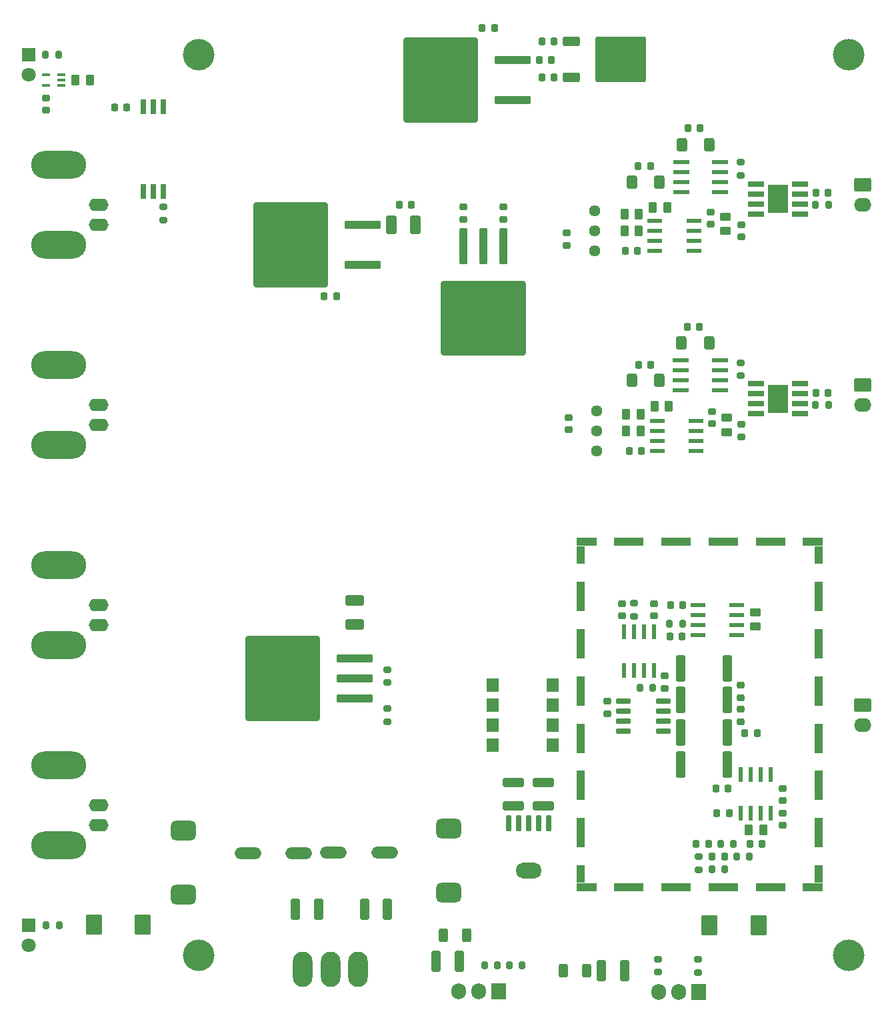
<source format=gbr>
%TF.GenerationSoftware,KiCad,Pcbnew,7.0.1*%
%TF.CreationDate,2023-05-04T18:56:47-04:00*%
%TF.ProjectId,Combined (new),436f6d62-696e-4656-9420-286e6577292e,rev?*%
%TF.SameCoordinates,Original*%
%TF.FileFunction,Soldermask,Top*%
%TF.FilePolarity,Negative*%
%FSLAX46Y46*%
G04 Gerber Fmt 4.6, Leading zero omitted, Abs format (unit mm)*
G04 Created by KiCad (PCBNEW 7.0.1) date 2023-05-04 18:56:47*
%MOMM*%
%LPD*%
G01*
G04 APERTURE LIST*
G04 Aperture macros list*
%AMRoundRect*
0 Rectangle with rounded corners*
0 $1 Rounding radius*
0 $2 $3 $4 $5 $6 $7 $8 $9 X,Y pos of 4 corners*
0 Add a 4 corners polygon primitive as box body*
4,1,4,$2,$3,$4,$5,$6,$7,$8,$9,$2,$3,0*
0 Add four circle primitives for the rounded corners*
1,1,$1+$1,$2,$3*
1,1,$1+$1,$4,$5*
1,1,$1+$1,$6,$7*
1,1,$1+$1,$8,$9*
0 Add four rect primitives between the rounded corners*
20,1,$1+$1,$2,$3,$4,$5,0*
20,1,$1+$1,$4,$5,$6,$7,0*
20,1,$1+$1,$6,$7,$8,$9,0*
20,1,$1+$1,$8,$9,$2,$3,0*%
G04 Aperture macros list end*
%ADD10RoundRect,0.250000X0.262500X0.450000X-0.262500X0.450000X-0.262500X-0.450000X0.262500X-0.450000X0*%
%ADD11C,4.000000*%
%ADD12RoundRect,0.250000X1.100000X-0.325000X1.100000X0.325000X-1.100000X0.325000X-1.100000X-0.325000X0*%
%ADD13RoundRect,0.200000X-0.200000X-0.275000X0.200000X-0.275000X0.200000X0.275000X-0.200000X0.275000X0*%
%ADD14RoundRect,0.200000X0.275000X-0.200000X0.275000X0.200000X-0.275000X0.200000X-0.275000X-0.200000X0*%
%ADD15RoundRect,0.250000X-0.362500X-1.425000X0.362500X-1.425000X0.362500X1.425000X-0.362500X1.425000X0*%
%ADD16RoundRect,0.225000X0.250000X-0.225000X0.250000X0.225000X-0.250000X0.225000X-0.250000X-0.225000X0*%
%ADD17R,2.032000X0.660400*%
%ADD18C,0.355600*%
%ADD19R,2.540000X3.556000*%
%ADD20RoundRect,0.200000X-0.275000X0.200000X-0.275000X-0.200000X0.275000X-0.200000X0.275000X0.200000X0*%
%ADD21RoundRect,0.218750X-0.218750X-0.256250X0.218750X-0.256250X0.218750X0.256250X-0.218750X0.256250X0*%
%ADD22R,1.000000X1.000000*%
%ADD23R,1.550000X1.000000*%
%ADD24R,3.800000X1.000000*%
%ADD25R,1.000000X2.300000*%
%ADD26R,1.000000X3.800000*%
%ADD27R,1.520000X1.780000*%
%ADD28R,1.520000X1.750000*%
%ADD29RoundRect,0.250000X-0.450000X0.262500X-0.450000X-0.262500X0.450000X-0.262500X0.450000X0.262500X0*%
%ADD30RoundRect,0.625000X-0.975000X0.625000X-0.975000X-0.625000X0.975000X-0.625000X0.975000X0.625000X0*%
%ADD31RoundRect,0.250000X-0.312500X-0.625000X0.312500X-0.625000X0.312500X0.625000X-0.312500X0.625000X0*%
%ADD32RoundRect,0.250000X-0.850000X-0.350000X0.850000X-0.350000X0.850000X0.350000X-0.850000X0.350000X0*%
%ADD33RoundRect,0.249997X-2.950003X-2.650003X2.950003X-2.650003X2.950003X2.650003X-2.950003X2.650003X0*%
%ADD34RoundRect,0.225000X-0.250000X0.225000X-0.250000X-0.225000X0.250000X-0.225000X0.250000X0.225000X0*%
%ADD35R,0.558800X1.981200*%
%ADD36O,3.400000X1.500000*%
%ADD37RoundRect,0.250000X-0.262500X-0.450000X0.262500X-0.450000X0.262500X0.450000X-0.262500X0.450000X0*%
%ADD38R,1.905000X2.000000*%
%ADD39O,1.905000X2.000000*%
%ADD40RoundRect,0.225000X0.225000X0.250000X-0.225000X0.250000X-0.225000X-0.250000X0.225000X-0.250000X0*%
%ADD41RoundRect,0.250000X-0.845000X0.620000X-0.845000X-0.620000X0.845000X-0.620000X0.845000X0.620000X0*%
%ADD42O,2.190000X1.740000*%
%ADD43RoundRect,0.225000X-0.225000X-0.250000X0.225000X-0.250000X0.225000X0.250000X-0.225000X0.250000X0*%
%ADD44RoundRect,0.250000X-0.325000X-1.100000X0.325000X-1.100000X0.325000X1.100000X-0.325000X1.100000X0*%
%ADD45O,2.500000X4.500000*%
%ADD46RoundRect,0.250000X0.450000X-0.262500X0.450000X0.262500X-0.450000X0.262500X-0.450000X-0.262500X0*%
%ADD47RoundRect,0.250000X-0.400000X-0.600000X0.400000X-0.600000X0.400000X0.600000X-0.400000X0.600000X0*%
%ADD48R,1.800000X1.800000*%
%ADD49C,1.800000*%
%ADD50RoundRect,0.250000X-0.925000X0.412500X-0.925000X-0.412500X0.925000X-0.412500X0.925000X0.412500X0*%
%ADD51R,1.981200X0.558800*%
%ADD52R,1.020000X0.400000*%
%ADD53RoundRect,0.200000X0.200000X0.275000X-0.200000X0.275000X-0.200000X-0.275000X0.200000X-0.275000X0*%
%ADD54RoundRect,0.041300X0.943700X0.253700X-0.943700X0.253700X-0.943700X-0.253700X0.943700X-0.253700X0*%
%ADD55RoundRect,0.250000X2.050000X0.300000X-2.050000X0.300000X-2.050000X-0.300000X2.050000X-0.300000X0*%
%ADD56RoundRect,0.250002X4.449998X5.149998X-4.449998X5.149998X-4.449998X-5.149998X4.449998X-5.149998X0*%
%ADD57R,1.981200X0.533400*%
%ADD58C,1.440000*%
%ADD59O,2.500000X1.600000*%
%ADD60O,7.000000X3.500000*%
%ADD61RoundRect,0.048800X0.871200X0.256200X-0.871200X0.256200X-0.871200X-0.256200X0.871200X-0.256200X0*%
%ADD62RoundRect,0.250000X0.400000X0.600000X-0.400000X0.600000X-0.400000X-0.600000X0.400000X-0.600000X0*%
%ADD63R,0.640000X1.900000*%
%ADD64RoundRect,0.250000X0.787500X1.025000X-0.787500X1.025000X-0.787500X-1.025000X0.787500X-1.025000X0*%
%ADD65RoundRect,0.250000X-0.300000X2.050000X-0.300000X-2.050000X0.300000X-2.050000X0.300000X2.050000X0*%
%ADD66RoundRect,0.250002X-5.149998X4.449998X-5.149998X-4.449998X5.149998X-4.449998X5.149998X4.449998X0*%
%ADD67RoundRect,0.049600X-0.260400X0.935400X-0.260400X-0.935400X0.260400X-0.935400X0.260400X0.935400X0*%
%ADD68RoundRect,0.788000X-0.792000X0.197000X-0.792000X-0.197000X0.792000X-0.197000X0.792000X0.197000X0*%
%ADD69RoundRect,0.250000X0.412500X0.925000X-0.412500X0.925000X-0.412500X-0.925000X0.412500X-0.925000X0*%
%ADD70RoundRect,0.250000X0.325000X1.100000X-0.325000X1.100000X-0.325000X-1.100000X0.325000X-1.100000X0*%
G04 APERTURE END LIST*
D10*
%TO.C,R13*%
X144835477Y-54101451D03*
X143010477Y-54101451D03*
%TD*%
D11*
%TO.C,H1*%
X88900000Y-146050000D03*
%TD*%
D12*
%TO.C,C51*%
X128908093Y-127029306D03*
X128908093Y-124079306D03*
%TD*%
D13*
%TO.C,R38*%
X125244988Y-147272713D03*
X126894988Y-147272713D03*
%TD*%
D14*
%TO.C,R36*%
X112903000Y-116369000D03*
X112903000Y-114719000D03*
%TD*%
D13*
%TO.C,R32*%
X69560618Y-142239960D03*
X71210618Y-142239960D03*
%TD*%
D15*
%TO.C,R9*%
X150164262Y-113603705D03*
X156089262Y-113603705D03*
%TD*%
D10*
%TO.C,R17*%
X148440477Y-51077426D03*
X146615477Y-51077426D03*
%TD*%
D16*
%TO.C,C10*%
X135894050Y-79336617D03*
X135894050Y-77786617D03*
%TD*%
D17*
%TO.C,U8*%
X159731824Y-48110039D03*
X159731824Y-49380039D03*
X159731824Y-50650039D03*
X159731824Y-51920039D03*
X165319824Y-51920039D03*
X165319824Y-50650039D03*
X165319824Y-49380039D03*
X165319824Y-48110039D03*
D18*
X161636824Y-48491039D03*
X161636824Y-50015039D03*
X161636824Y-51539039D03*
X162081324Y-49253039D03*
X162081324Y-50777039D03*
X162525824Y-48491039D03*
X162525824Y-50015039D03*
D19*
X162525824Y-50015039D03*
D18*
X162525824Y-51539039D03*
X162970324Y-49253039D03*
X162970324Y-50777039D03*
X163414824Y-48491039D03*
X163414824Y-50015039D03*
X163414824Y-51539039D03*
%TD*%
D20*
%TO.C,R35*%
X147319856Y-146506237D03*
X147319856Y-148156237D03*
%TD*%
D21*
%TO.C,L4*%
X152116569Y-131854347D03*
X153691569Y-131854347D03*
%TD*%
D22*
%TO.C,TP1*%
X137419433Y-137356288D03*
D23*
X138694433Y-137356288D03*
D24*
X143569433Y-137356288D03*
X149569433Y-137356288D03*
X155569433Y-137356288D03*
X161569433Y-137356288D03*
D23*
X166444433Y-137356288D03*
D22*
X167719433Y-137356288D03*
D25*
X137419433Y-135706288D03*
X167719433Y-135706288D03*
D26*
X137419433Y-130456288D03*
X167719433Y-130456288D03*
X137419433Y-124456288D03*
X167719433Y-124456288D03*
X137419433Y-118456288D03*
X167719433Y-118456288D03*
X137419433Y-112456288D03*
X167719433Y-112456288D03*
X137419433Y-106456288D03*
X167719433Y-106456288D03*
X137419433Y-100456288D03*
X167719433Y-100456288D03*
D25*
X137419433Y-95206288D03*
X167719433Y-95206288D03*
D22*
X137419433Y-93556288D03*
D23*
X138694433Y-93556288D03*
D24*
X143569433Y-93556288D03*
X149569433Y-93556288D03*
X155569433Y-93556288D03*
X161569433Y-93556288D03*
D23*
X166444433Y-93556288D03*
D22*
X167719433Y-93556288D03*
%TD*%
D27*
%TO.C,J5*%
X133919599Y-119373256D03*
D28*
X133919599Y-116833256D03*
D27*
X133919599Y-114293256D03*
X133919599Y-111753256D03*
X126299599Y-111753256D03*
X126299599Y-114293256D03*
X126299599Y-116833256D03*
X126299599Y-119373256D03*
%TD*%
D16*
%TO.C,C30*%
X157795599Y-113303256D03*
X157795599Y-111753256D03*
%TD*%
D29*
%TO.C,R19*%
X155820967Y-52274821D03*
X155820967Y-54099821D03*
%TD*%
D30*
%TO.C,L2*%
X120650000Y-129935000D03*
X120650000Y-138035000D03*
%TD*%
D20*
%TO.C,R34*%
X152374307Y-146527951D03*
X152374307Y-148177951D03*
%TD*%
%TO.C,R1*%
X144261759Y-101349121D03*
X144261759Y-102999121D03*
%TD*%
D31*
%TO.C,R41*%
X135255000Y-147955000D03*
X138180000Y-147955000D03*
%TD*%
D32*
%TO.C,U14*%
X136242922Y-30003935D03*
D33*
X142542922Y-32283935D03*
D32*
X136242922Y-34563935D03*
%TD*%
D10*
%TO.C,R14*%
X144832776Y-51925154D03*
X143007776Y-51925154D03*
%TD*%
D34*
%TO.C,C2*%
X146801211Y-101394072D03*
X146801211Y-102944072D03*
%TD*%
D35*
%TO.C,U1*%
X142991759Y-109886721D03*
X144261759Y-109886721D03*
X145531759Y-109886721D03*
X146801759Y-109886721D03*
X146801759Y-104959121D03*
X145531759Y-104959121D03*
X144261759Y-104959121D03*
X142991759Y-104959121D03*
%TD*%
D16*
%TO.C,C1*%
X142669092Y-102943524D03*
X142669092Y-101393524D03*
%TD*%
D36*
%TO.C,C31*%
X95175000Y-133096000D03*
X101675000Y-133096000D03*
%TD*%
D37*
%TO.C,R24*%
X73296869Y-34928979D03*
X75121869Y-34928979D03*
%TD*%
D16*
%TO.C,C27*%
X163144222Y-129532056D03*
X163144222Y-127982056D03*
%TD*%
D38*
%TO.C,U12*%
X152400000Y-150640058D03*
D39*
X149860000Y-150640058D03*
X147320000Y-150640058D03*
%TD*%
D40*
%TO.C,C28*%
X159853599Y-117849256D03*
X158303599Y-117849256D03*
%TD*%
D14*
%TO.C,R4*%
X152446600Y-135141226D03*
X152446600Y-133491226D03*
%TD*%
D40*
%TO.C,C42*%
X126505000Y-28322000D03*
X124955000Y-28322000D03*
%TD*%
D41*
%TO.C,J7*%
X173228000Y-48260000D03*
D42*
X173228000Y-50800000D03*
%TD*%
D11*
%TO.C,H4*%
X88900000Y-31750000D03*
%TD*%
D43*
%TO.C,C25*%
X154760449Y-127979468D03*
X156310449Y-127979468D03*
%TD*%
D15*
%TO.C,R8*%
X150152330Y-109603374D03*
X156077330Y-109603374D03*
%TD*%
D40*
%TO.C,C48*%
X115964000Y-50800000D03*
X114414000Y-50800000D03*
%TD*%
D43*
%TO.C,C3*%
X154645050Y-124884019D03*
X156195050Y-124884019D03*
%TD*%
D13*
%TO.C,R10*%
X148740732Y-103957748D03*
X150390732Y-103957748D03*
%TD*%
D43*
%TO.C,C23*%
X144754000Y-45847000D03*
X146304000Y-45847000D03*
%TD*%
D14*
%TO.C,R26*%
X157734000Y-72453000D03*
X157734000Y-70803000D03*
%TD*%
D44*
%TO.C,C40*%
X140056000Y-147955000D03*
X143006000Y-147955000D03*
%TD*%
D40*
%TO.C,C43*%
X134079922Y-34569935D03*
X132529922Y-34569935D03*
%TD*%
D34*
%TO.C,C4*%
X163129762Y-124824783D03*
X163129762Y-126374783D03*
%TD*%
D45*
%TO.C,P1*%
X102164000Y-147828000D03*
X105664000Y-147828000D03*
X109164000Y-147828000D03*
%TD*%
D46*
%TO.C,R6*%
X159648881Y-104283923D03*
X159648881Y-102458923D03*
%TD*%
D29*
%TO.C,R20*%
X155977129Y-77784556D03*
X155977129Y-79609556D03*
%TD*%
D47*
%TO.C,D4*%
X143979447Y-73068233D03*
X147479447Y-73068233D03*
%TD*%
D44*
%TO.C,C34*%
X109982000Y-140208000D03*
X112932000Y-140208000D03*
%TD*%
D48*
%TO.C,D6*%
X67310000Y-31750000D03*
D49*
X67310000Y-34290000D03*
%TD*%
D10*
%TO.C,R15*%
X145065311Y-79467582D03*
X143240311Y-79467582D03*
%TD*%
D34*
%TO.C,C11*%
X153967952Y-51709949D03*
X153967952Y-53259949D03*
%TD*%
D43*
%TO.C,C16*%
X151094835Y-41061292D03*
X152644835Y-41061292D03*
%TD*%
D50*
%TO.C,C52*%
X108712000Y-100976000D03*
X108712000Y-104051000D03*
%TD*%
D51*
%TO.C,U3*%
X157287599Y-105403256D03*
X157287599Y-104133256D03*
X157287599Y-102863256D03*
X157287599Y-101593256D03*
X152359999Y-101593256D03*
X152359999Y-102863256D03*
X152359999Y-104133256D03*
X152359999Y-105403256D03*
%TD*%
D14*
%TO.C,R37*%
X112903000Y-111416000D03*
X112903000Y-109766000D03*
%TD*%
D52*
%TO.C,U10*%
X71512302Y-35591149D03*
X71512302Y-34941149D03*
X71512302Y-34291149D03*
X69562302Y-34291149D03*
X69562302Y-35591149D03*
%TD*%
D53*
%TO.C,R39*%
X71120000Y-31750000D03*
X69470000Y-31750000D03*
%TD*%
D16*
%TO.C,C45*%
X127634000Y-52595000D03*
X127634000Y-51045000D03*
%TD*%
D54*
%TO.C,S2*%
X155182000Y-49149000D03*
X155182000Y-47879000D03*
X155182000Y-46609000D03*
X155182000Y-45339000D03*
X150232000Y-45339000D03*
X150232000Y-46609000D03*
X150232000Y-47879000D03*
X150232000Y-49149000D03*
%TD*%
D55*
%TO.C,U13*%
X128787000Y-37447000D03*
D56*
X119637000Y-34907000D03*
D55*
X128787000Y-32367000D03*
%TD*%
D57*
%TO.C,U6*%
X147176131Y-78205476D03*
X147176131Y-79475476D03*
X147176131Y-80745476D03*
X147176131Y-82015476D03*
X152103731Y-82015476D03*
X152103731Y-80745476D03*
X152103731Y-79475476D03*
X152103731Y-78205476D03*
%TD*%
D43*
%TO.C,C6*%
X148794402Y-105551513D03*
X150344402Y-105551513D03*
%TD*%
%TO.C,C14*%
X143602184Y-82011665D03*
X145152184Y-82011665D03*
%TD*%
D40*
%TO.C,C37*%
X79813108Y-38386246D03*
X78263108Y-38386246D03*
%TD*%
D16*
%TO.C,C26*%
X69569042Y-38771362D03*
X69569042Y-37221362D03*
%TD*%
%TO.C,C9*%
X135636000Y-55893000D03*
X135636000Y-54343000D03*
%TD*%
D13*
%TO.C,R28*%
X157245902Y-133493984D03*
X158895902Y-133493984D03*
%TD*%
D58*
%TO.C,RV1*%
X139197249Y-51558848D03*
X139197249Y-54098848D03*
X139197249Y-56638848D03*
%TD*%
D41*
%TO.C,J8*%
X173228000Y-73660000D03*
D42*
X173228000Y-76200000D03*
%TD*%
D11*
%TO.C,H3*%
X171450000Y-31750000D03*
%TD*%
D14*
%TO.C,R25*%
X157747048Y-47035511D03*
X157747048Y-45385511D03*
%TD*%
D54*
%TO.C,S1*%
X155122372Y-74335190D03*
X155122372Y-73065190D03*
X155122372Y-71795190D03*
X155122372Y-70525190D03*
X150172372Y-70525190D03*
X150172372Y-71795190D03*
X150172372Y-73065190D03*
X150172372Y-74335190D03*
%TD*%
D59*
%TO.C,J1*%
X76200000Y-101600000D03*
X76200000Y-104140000D03*
D60*
X71120000Y-106680000D03*
X71120000Y-96520000D03*
%TD*%
D36*
%TO.C,C32*%
X106045000Y-132999016D03*
X112545000Y-132999016D03*
%TD*%
D34*
%TO.C,C20*%
X157824633Y-78638388D03*
X157824633Y-80188388D03*
%TD*%
D16*
%TO.C,C29*%
X157795599Y-116351256D03*
X157795599Y-114801256D03*
%TD*%
D61*
%TO.C,U4*%
X147943550Y-117566361D03*
X147943550Y-116296361D03*
X147943550Y-115026361D03*
X147943550Y-113756361D03*
X142873550Y-113756361D03*
X142873550Y-115026361D03*
X142873550Y-116296361D03*
X142873550Y-117566361D03*
%TD*%
D44*
%TO.C,C33*%
X101190000Y-140208000D03*
X104140000Y-140208000D03*
%TD*%
D16*
%TO.C,C7*%
X148143599Y-112109568D03*
X148143599Y-110559568D03*
%TD*%
D59*
%TO.C,J2*%
X76200000Y-127000000D03*
X76200000Y-129540000D03*
D60*
X71120000Y-132080000D03*
X71120000Y-121920000D03*
%TD*%
D10*
%TO.C,R18*%
X148660281Y-76300476D03*
X146835281Y-76300476D03*
%TD*%
D53*
%TO.C,R23*%
X168910000Y-76200000D03*
X167260000Y-76200000D03*
%TD*%
D12*
%TO.C,C49*%
X132732890Y-127068699D03*
X132732890Y-124118699D03*
%TD*%
D47*
%TO.C,D5*%
X143947000Y-47879000D03*
X147447000Y-47879000D03*
%TD*%
D40*
%TO.C,C17*%
X168860328Y-49229217D03*
X167310328Y-49229217D03*
%TD*%
D43*
%TO.C,C12*%
X143116000Y-56642000D03*
X144666000Y-56642000D03*
%TD*%
D17*
%TO.C,U7*%
X159713527Y-73477822D03*
X159713527Y-74747822D03*
X159713527Y-76017822D03*
X159713527Y-77287822D03*
X165301527Y-77287822D03*
X165301527Y-76017822D03*
X165301527Y-74747822D03*
X165301527Y-73477822D03*
D18*
X161618527Y-73858822D03*
X161618527Y-75382822D03*
X161618527Y-76906822D03*
X162063027Y-74620822D03*
X162063027Y-76144822D03*
X162507527Y-73858822D03*
X162507527Y-75382822D03*
D19*
X162507527Y-75382822D03*
D18*
X162507527Y-76906822D03*
X162952027Y-74620822D03*
X162952027Y-76144822D03*
X163396527Y-73858822D03*
X163396527Y-75382822D03*
X163396527Y-76906822D03*
%TD*%
D38*
%TO.C,U11*%
X127000000Y-150561586D03*
D39*
X124460000Y-150561586D03*
X121920000Y-150561586D03*
%TD*%
D53*
%TO.C,R2*%
X146619599Y-112062434D03*
X144969599Y-112062434D03*
%TD*%
D21*
%TO.C,L3*%
X154142704Y-133486256D03*
X155717704Y-133486256D03*
%TD*%
D40*
%TO.C,C44*%
X133744000Y-32356627D03*
X132194000Y-32356627D03*
%TD*%
D13*
%TO.C,R33*%
X128396562Y-147246355D03*
X130046562Y-147246355D03*
%TD*%
D62*
%TO.C,D1*%
X153774566Y-68324454D03*
X150274566Y-68324454D03*
%TD*%
%TO.C,D2*%
X153792449Y-43125585D03*
X150292449Y-43125585D03*
%TD*%
D40*
%TO.C,C22*%
X146361062Y-71085773D03*
X144811062Y-71085773D03*
%TD*%
%TO.C,C15*%
X152558566Y-66292454D03*
X151008566Y-66292454D03*
%TD*%
D11*
%TO.C,H2*%
X171450000Y-146050000D03*
%TD*%
D37*
%TO.C,R5*%
X158800567Y-130076091D03*
X160625567Y-130076091D03*
%TD*%
D43*
%TO.C,C5*%
X148849999Y-101593256D03*
X150399999Y-101593256D03*
%TD*%
D15*
%TO.C,R11*%
X150141803Y-121777544D03*
X156066803Y-121777544D03*
%TD*%
D58*
%TO.C,RV2*%
X139467129Y-81999056D03*
X139467129Y-79459056D03*
X139467129Y-76919056D03*
%TD*%
D13*
%TO.C,R3*%
X154120871Y-135118164D03*
X155770871Y-135118164D03*
%TD*%
D14*
%TO.C,R31*%
X84455000Y-52705000D03*
X84455000Y-51055000D03*
%TD*%
D34*
%TO.C,C8*%
X140834358Y-113785258D03*
X140834358Y-115335258D03*
%TD*%
D43*
%TO.C,C24*%
X158958633Y-131909895D03*
X160508633Y-131909895D03*
%TD*%
D31*
%TO.C,R40*%
X120015000Y-143510000D03*
X122940000Y-143510000D03*
%TD*%
D63*
%TO.C,U19*%
X81915000Y-49095000D03*
X83185000Y-49095000D03*
X84455000Y-49095000D03*
X84455000Y-38355000D03*
X83185000Y-38355000D03*
X81915000Y-38355000D03*
%TD*%
D30*
%TO.C,L1*%
X86995000Y-130175000D03*
X86995000Y-138275000D03*
%TD*%
D15*
%TO.C,R12*%
X150141803Y-117713544D03*
X156066803Y-117713544D03*
%TD*%
D13*
%TO.C,R27*%
X155230659Y-131873105D03*
X156880659Y-131873105D03*
%TD*%
D40*
%TO.C,C18*%
X168859705Y-74659132D03*
X167309705Y-74659132D03*
%TD*%
D53*
%TO.C,R22*%
X168923048Y-50782511D03*
X167273048Y-50782511D03*
%TD*%
D10*
%TO.C,R16*%
X145077979Y-77390002D03*
X143252979Y-77390002D03*
%TD*%
D57*
%TO.C,U5*%
X146882919Y-52832000D03*
X146882919Y-54102000D03*
X146882919Y-55372000D03*
X146882919Y-56642000D03*
X151810519Y-56642000D03*
X151810519Y-55372000D03*
X151810519Y-54102000D03*
X151810519Y-52832000D03*
%TD*%
D40*
%TO.C,C46*%
X106433000Y-62357000D03*
X104883000Y-62357000D03*
%TD*%
D16*
%TO.C,C47*%
X122554000Y-52595000D03*
X122554000Y-51045000D03*
%TD*%
D64*
%TO.C,C35*%
X81852500Y-142113000D03*
X75627500Y-142113000D03*
%TD*%
D59*
%TO.C,J6*%
X76200000Y-50800000D03*
X76200000Y-53340000D03*
D60*
X71120000Y-55880000D03*
X71120000Y-45720000D03*
%TD*%
D34*
%TO.C,C13*%
X154137814Y-76976111D03*
X154137814Y-78526111D03*
%TD*%
D55*
%TO.C,U18*%
X108730000Y-113430000D03*
X108730000Y-110890000D03*
D56*
X99580000Y-110890000D03*
D55*
X108730000Y-108350000D03*
%TD*%
D65*
%TO.C,U16*%
X127615000Y-56006000D03*
X125075000Y-56006000D03*
D66*
X125075000Y-65156000D03*
D65*
X122535000Y-56006000D03*
%TD*%
D64*
%TO.C,C36*%
X160020000Y-142240000D03*
X153795000Y-142240000D03*
%TD*%
D41*
%TO.C,J9*%
X173228000Y-114300000D03*
D42*
X173228000Y-116840000D03*
%TD*%
D67*
%TO.C,U17*%
X133350000Y-129245000D03*
X132080000Y-129245000D03*
X130810000Y-129245000D03*
X129540000Y-129245000D03*
X128270000Y-129245000D03*
D68*
X130810000Y-135255000D03*
%TD*%
D35*
%TO.C,U2*%
X157786303Y-127975144D03*
X159056303Y-127975144D03*
X160326303Y-127975144D03*
X161596303Y-127975144D03*
X161596303Y-123047544D03*
X160326303Y-123047544D03*
X159056303Y-123047544D03*
X157786303Y-123047544D03*
%TD*%
D55*
%TO.C,U15*%
X109765000Y-58409000D03*
D56*
X100615000Y-55869000D03*
D55*
X109765000Y-53329000D03*
%TD*%
D69*
%TO.C,C50*%
X116472500Y-53329000D03*
X113397500Y-53329000D03*
%TD*%
D40*
%TO.C,C41*%
X134092922Y-29997935D03*
X132542922Y-29997935D03*
%TD*%
D34*
%TO.C,C19*%
X157822898Y-53282276D03*
X157822898Y-54832276D03*
%TD*%
D48*
%TO.C,D3*%
X67310000Y-142240000D03*
D49*
X67310000Y-144780000D03*
%TD*%
D59*
%TO.C,J4*%
X76200000Y-76200000D03*
X76200000Y-78740000D03*
D60*
X71120000Y-81280000D03*
X71120000Y-71120000D03*
%TD*%
D70*
%TO.C,C39*%
X122071486Y-146788354D03*
X119121486Y-146788354D03*
%TD*%
M02*

</source>
